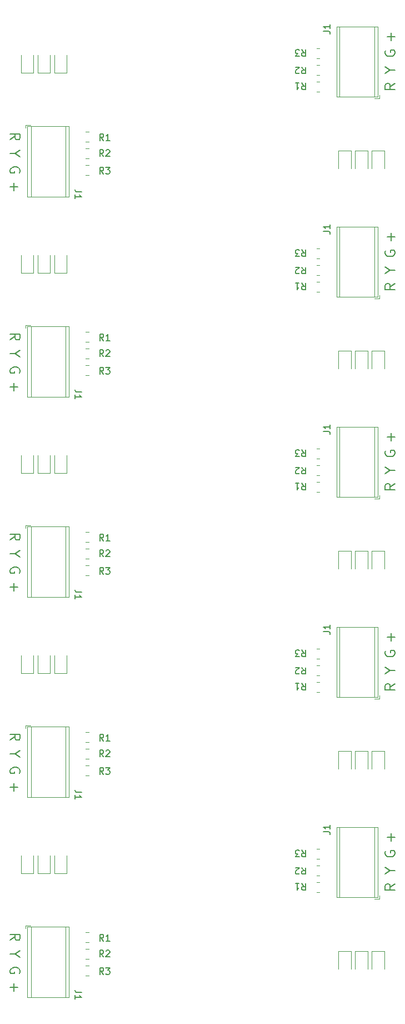
<source format=gto>
G04 #@! TF.GenerationSoftware,KiCad,Pcbnew,6.0.2+dfsg-1*
G04 #@! TF.CreationDate,2024-06-30T21:45:31-06:00*
G04 #@! TF.ProjectId,ckt-signal-array,636b742d-7369-4676-9e61-6c2d61727261,rev?*
G04 #@! TF.SameCoordinates,Original*
G04 #@! TF.FileFunction,Legend,Top*
G04 #@! TF.FilePolarity,Positive*
%FSLAX46Y46*%
G04 Gerber Fmt 4.6, Leading zero omitted, Abs format (unit mm)*
G04 Created by KiCad (PCBNEW 6.0.2+dfsg-1) date 2024-06-30 21:45:31*
%MOMM*%
%LPD*%
G01*
G04 APERTURE LIST*
%ADD10C,0.150000*%
%ADD11C,0.120000*%
G04 APERTURE END LIST*
D10*
X177247357Y-30740571D02*
X177247357Y-29579428D01*
X177827928Y-30160000D02*
X176666785Y-30160000D01*
X119752642Y-52439428D02*
X119752642Y-53600571D01*
X119172071Y-53020000D02*
X120333214Y-53020000D01*
X177247357Y-61220571D02*
X177247357Y-60059428D01*
X177827928Y-60640000D02*
X176666785Y-60640000D01*
X177247357Y-91700571D02*
X177247357Y-90539428D01*
X177827928Y-91120000D02*
X176666785Y-91120000D01*
X119752642Y-82919428D02*
X119752642Y-84080571D01*
X119172071Y-83500000D02*
X120333214Y-83500000D01*
X119752642Y-113399428D02*
X119752642Y-114560571D01*
X119172071Y-113980000D02*
X120333214Y-113980000D01*
X177247357Y-122180571D02*
X177247357Y-121019428D01*
X177827928Y-121600000D02*
X176666785Y-121600000D01*
X119752642Y-143879428D02*
X119752642Y-145040571D01*
X119172071Y-144460000D02*
X120333214Y-144460000D01*
X177247357Y-152660571D02*
X177247357Y-151499428D01*
X177827928Y-152080000D02*
X176666785Y-152080000D01*
X119752642Y-174359428D02*
X119752642Y-175520571D01*
X119172071Y-174940000D02*
X120333214Y-174940000D01*
X177827928Y-128748285D02*
X177102214Y-129256285D01*
X177827928Y-129619142D02*
X176303928Y-129619142D01*
X176303928Y-129038571D01*
X176376500Y-128893428D01*
X176449071Y-128820857D01*
X176594214Y-128748285D01*
X176811928Y-128748285D01*
X176957071Y-128820857D01*
X177029642Y-128893428D01*
X177102214Y-129038571D01*
X177102214Y-129619142D01*
X177827928Y-159228285D02*
X177102214Y-159736285D01*
X177827928Y-160099142D02*
X176303928Y-160099142D01*
X176303928Y-159518571D01*
X176376500Y-159373428D01*
X176449071Y-159300857D01*
X176594214Y-159228285D01*
X176811928Y-159228285D01*
X176957071Y-159300857D01*
X177029642Y-159373428D01*
X177102214Y-159518571D01*
X177102214Y-160099142D01*
X119172071Y-167791714D02*
X119897785Y-167283714D01*
X119172071Y-166920857D02*
X120696071Y-166920857D01*
X120696071Y-167501428D01*
X120623500Y-167646571D01*
X120550928Y-167719142D01*
X120405785Y-167791714D01*
X120188071Y-167791714D01*
X120042928Y-167719142D01*
X119970357Y-167646571D01*
X119897785Y-167501428D01*
X119897785Y-166920857D01*
X177827928Y-37308285D02*
X177102214Y-37816285D01*
X177827928Y-38179142D02*
X176303928Y-38179142D01*
X176303928Y-37598571D01*
X176376500Y-37453428D01*
X176449071Y-37380857D01*
X176594214Y-37308285D01*
X176811928Y-37308285D01*
X176957071Y-37380857D01*
X177029642Y-37453428D01*
X177102214Y-37598571D01*
X177102214Y-38179142D01*
X119172071Y-45871714D02*
X119897785Y-45363714D01*
X119172071Y-45000857D02*
X120696071Y-45000857D01*
X120696071Y-45581428D01*
X120623500Y-45726571D01*
X120550928Y-45799142D01*
X120405785Y-45871714D01*
X120188071Y-45871714D01*
X120042928Y-45799142D01*
X119970357Y-45726571D01*
X119897785Y-45581428D01*
X119897785Y-45000857D01*
X119172071Y-76351714D02*
X119897785Y-75843714D01*
X119172071Y-75480857D02*
X120696071Y-75480857D01*
X120696071Y-76061428D01*
X120623500Y-76206571D01*
X120550928Y-76279142D01*
X120405785Y-76351714D01*
X120188071Y-76351714D01*
X120042928Y-76279142D01*
X119970357Y-76206571D01*
X119897785Y-76061428D01*
X119897785Y-75480857D01*
X177827928Y-67788285D02*
X177102214Y-68296285D01*
X177827928Y-68659142D02*
X176303928Y-68659142D01*
X176303928Y-68078571D01*
X176376500Y-67933428D01*
X176449071Y-67860857D01*
X176594214Y-67788285D01*
X176811928Y-67788285D01*
X176957071Y-67860857D01*
X177029642Y-67933428D01*
X177102214Y-68078571D01*
X177102214Y-68659142D01*
X119172071Y-106831714D02*
X119897785Y-106323714D01*
X119172071Y-105960857D02*
X120696071Y-105960857D01*
X120696071Y-106541428D01*
X120623500Y-106686571D01*
X120550928Y-106759142D01*
X120405785Y-106831714D01*
X120188071Y-106831714D01*
X120042928Y-106759142D01*
X119970357Y-106686571D01*
X119897785Y-106541428D01*
X119897785Y-105960857D01*
X177827928Y-98268285D02*
X177102214Y-98776285D01*
X177827928Y-99139142D02*
X176303928Y-99139142D01*
X176303928Y-98558571D01*
X176376500Y-98413428D01*
X176449071Y-98340857D01*
X176594214Y-98268285D01*
X176811928Y-98268285D01*
X176957071Y-98340857D01*
X177029642Y-98413428D01*
X177102214Y-98558571D01*
X177102214Y-99139142D01*
X119172071Y-137311714D02*
X119897785Y-136803714D01*
X119172071Y-136440857D02*
X120696071Y-136440857D01*
X120696071Y-137021428D01*
X120623500Y-137166571D01*
X120550928Y-137239142D01*
X120405785Y-137311714D01*
X120188071Y-137311714D01*
X120042928Y-137239142D01*
X119970357Y-137166571D01*
X119897785Y-137021428D01*
X119897785Y-136440857D01*
X176376500Y-32300857D02*
X176303928Y-32446000D01*
X176303928Y-32663714D01*
X176376500Y-32881428D01*
X176521642Y-33026571D01*
X176666785Y-33099142D01*
X176957071Y-33171714D01*
X177174785Y-33171714D01*
X177465071Y-33099142D01*
X177610214Y-33026571D01*
X177755357Y-32881428D01*
X177827928Y-32663714D01*
X177827928Y-32518571D01*
X177755357Y-32300857D01*
X177682785Y-32228285D01*
X177174785Y-32228285D01*
X177174785Y-32518571D01*
X120623500Y-50879142D02*
X120696071Y-50734000D01*
X120696071Y-50516285D01*
X120623500Y-50298571D01*
X120478357Y-50153428D01*
X120333214Y-50080857D01*
X120042928Y-50008285D01*
X119825214Y-50008285D01*
X119534928Y-50080857D01*
X119389785Y-50153428D01*
X119244642Y-50298571D01*
X119172071Y-50516285D01*
X119172071Y-50661428D01*
X119244642Y-50879142D01*
X119317214Y-50951714D01*
X119825214Y-50951714D01*
X119825214Y-50661428D01*
X176376500Y-62780857D02*
X176303928Y-62926000D01*
X176303928Y-63143714D01*
X176376500Y-63361428D01*
X176521642Y-63506571D01*
X176666785Y-63579142D01*
X176957071Y-63651714D01*
X177174785Y-63651714D01*
X177465071Y-63579142D01*
X177610214Y-63506571D01*
X177755357Y-63361428D01*
X177827928Y-63143714D01*
X177827928Y-62998571D01*
X177755357Y-62780857D01*
X177682785Y-62708285D01*
X177174785Y-62708285D01*
X177174785Y-62998571D01*
X120623500Y-81359142D02*
X120696071Y-81214000D01*
X120696071Y-80996285D01*
X120623500Y-80778571D01*
X120478357Y-80633428D01*
X120333214Y-80560857D01*
X120042928Y-80488285D01*
X119825214Y-80488285D01*
X119534928Y-80560857D01*
X119389785Y-80633428D01*
X119244642Y-80778571D01*
X119172071Y-80996285D01*
X119172071Y-81141428D01*
X119244642Y-81359142D01*
X119317214Y-81431714D01*
X119825214Y-81431714D01*
X119825214Y-81141428D01*
X176376500Y-93260857D02*
X176303928Y-93406000D01*
X176303928Y-93623714D01*
X176376500Y-93841428D01*
X176521642Y-93986571D01*
X176666785Y-94059142D01*
X176957071Y-94131714D01*
X177174785Y-94131714D01*
X177465071Y-94059142D01*
X177610214Y-93986571D01*
X177755357Y-93841428D01*
X177827928Y-93623714D01*
X177827928Y-93478571D01*
X177755357Y-93260857D01*
X177682785Y-93188285D01*
X177174785Y-93188285D01*
X177174785Y-93478571D01*
X120623500Y-111839142D02*
X120696071Y-111694000D01*
X120696071Y-111476285D01*
X120623500Y-111258571D01*
X120478357Y-111113428D01*
X120333214Y-111040857D01*
X120042928Y-110968285D01*
X119825214Y-110968285D01*
X119534928Y-111040857D01*
X119389785Y-111113428D01*
X119244642Y-111258571D01*
X119172071Y-111476285D01*
X119172071Y-111621428D01*
X119244642Y-111839142D01*
X119317214Y-111911714D01*
X119825214Y-111911714D01*
X119825214Y-111621428D01*
X176376500Y-123740857D02*
X176303928Y-123886000D01*
X176303928Y-124103714D01*
X176376500Y-124321428D01*
X176521642Y-124466571D01*
X176666785Y-124539142D01*
X176957071Y-124611714D01*
X177174785Y-124611714D01*
X177465071Y-124539142D01*
X177610214Y-124466571D01*
X177755357Y-124321428D01*
X177827928Y-124103714D01*
X177827928Y-123958571D01*
X177755357Y-123740857D01*
X177682785Y-123668285D01*
X177174785Y-123668285D01*
X177174785Y-123958571D01*
X176376500Y-154220857D02*
X176303928Y-154366000D01*
X176303928Y-154583714D01*
X176376500Y-154801428D01*
X176521642Y-154946571D01*
X176666785Y-155019142D01*
X176957071Y-155091714D01*
X177174785Y-155091714D01*
X177465071Y-155019142D01*
X177610214Y-154946571D01*
X177755357Y-154801428D01*
X177827928Y-154583714D01*
X177827928Y-154438571D01*
X177755357Y-154220857D01*
X177682785Y-154148285D01*
X177174785Y-154148285D01*
X177174785Y-154438571D01*
X120623500Y-142319142D02*
X120696071Y-142174000D01*
X120696071Y-141956285D01*
X120623500Y-141738571D01*
X120478357Y-141593428D01*
X120333214Y-141520857D01*
X120042928Y-141448285D01*
X119825214Y-141448285D01*
X119534928Y-141520857D01*
X119389785Y-141593428D01*
X119244642Y-141738571D01*
X119172071Y-141956285D01*
X119172071Y-142101428D01*
X119244642Y-142319142D01*
X119317214Y-142391714D01*
X119825214Y-142391714D01*
X119825214Y-142101428D01*
X120623500Y-172799142D02*
X120696071Y-172654000D01*
X120696071Y-172436285D01*
X120623500Y-172218571D01*
X120478357Y-172073428D01*
X120333214Y-172000857D01*
X120042928Y-171928285D01*
X119825214Y-171928285D01*
X119534928Y-172000857D01*
X119389785Y-172073428D01*
X119244642Y-172218571D01*
X119172071Y-172436285D01*
X119172071Y-172581428D01*
X119244642Y-172799142D01*
X119317214Y-172871714D01*
X119825214Y-172871714D01*
X119825214Y-172581428D01*
X177102214Y-35240000D02*
X177827928Y-35240000D01*
X176303928Y-35748000D02*
X177102214Y-35240000D01*
X176303928Y-34732000D01*
X119897785Y-47940000D02*
X119172071Y-47940000D01*
X120696071Y-47432000D02*
X119897785Y-47940000D01*
X120696071Y-48448000D01*
X177102214Y-65720000D02*
X177827928Y-65720000D01*
X176303928Y-66228000D02*
X177102214Y-65720000D01*
X176303928Y-65212000D01*
X119897785Y-78420000D02*
X119172071Y-78420000D01*
X120696071Y-77912000D02*
X119897785Y-78420000D01*
X120696071Y-78928000D01*
X177102214Y-96200000D02*
X177827928Y-96200000D01*
X176303928Y-96708000D02*
X177102214Y-96200000D01*
X176303928Y-95692000D01*
X119897785Y-108900000D02*
X119172071Y-108900000D01*
X120696071Y-108392000D02*
X119897785Y-108900000D01*
X120696071Y-109408000D01*
X177102214Y-126680000D02*
X177827928Y-126680000D01*
X176303928Y-127188000D02*
X177102214Y-126680000D01*
X176303928Y-126172000D01*
X177102214Y-157160000D02*
X177827928Y-157160000D01*
X176303928Y-157668000D02*
X177102214Y-157160000D01*
X176303928Y-156652000D01*
X119897785Y-139380000D02*
X119172071Y-139380000D01*
X120696071Y-138872000D02*
X119897785Y-139380000D01*
X120696071Y-139888000D01*
X119897785Y-169860000D02*
X119172071Y-169860000D01*
X120696071Y-169352000D02*
X119897785Y-169860000D01*
X120696071Y-170368000D01*
X133410833Y-167899380D02*
X133077500Y-167423190D01*
X132839404Y-167899380D02*
X132839404Y-166899380D01*
X133220357Y-166899380D01*
X133315595Y-166947000D01*
X133363214Y-166994619D01*
X133410833Y-167089857D01*
X133410833Y-167232714D01*
X133363214Y-167327952D01*
X133315595Y-167375571D01*
X133220357Y-167423190D01*
X132839404Y-167423190D01*
X134363214Y-167899380D02*
X133791785Y-167899380D01*
X134077500Y-167899380D02*
X134077500Y-166899380D01*
X133982261Y-167042238D01*
X133887023Y-167137476D01*
X133791785Y-167185095D01*
X166938880Y-59830333D02*
X167653166Y-59830333D01*
X167796023Y-59877952D01*
X167891261Y-59973190D01*
X167938880Y-60116047D01*
X167938880Y-60211285D01*
X167938880Y-58830333D02*
X167938880Y-59401761D01*
X167938880Y-59116047D02*
X166938880Y-59116047D01*
X167081738Y-59211285D01*
X167176976Y-59306523D01*
X167224595Y-59401761D01*
X163589166Y-93080619D02*
X163922500Y-93556809D01*
X164160595Y-93080619D02*
X164160595Y-94080619D01*
X163779642Y-94080619D01*
X163684404Y-94033000D01*
X163636785Y-93985380D01*
X163589166Y-93890142D01*
X163589166Y-93747285D01*
X163636785Y-93652047D01*
X163684404Y-93604428D01*
X163779642Y-93556809D01*
X164160595Y-93556809D01*
X163255833Y-94080619D02*
X162636785Y-94080619D01*
X162970119Y-93699666D01*
X162827261Y-93699666D01*
X162732023Y-93652047D01*
X162684404Y-93604428D01*
X162636785Y-93509190D01*
X162636785Y-93271095D01*
X162684404Y-93175857D01*
X162732023Y-93128238D01*
X162827261Y-93080619D01*
X163112976Y-93080619D01*
X163208214Y-93128238D01*
X163255833Y-93175857D01*
X163589166Y-98160619D02*
X163922500Y-98636809D01*
X164160595Y-98160619D02*
X164160595Y-99160619D01*
X163779642Y-99160619D01*
X163684404Y-99113000D01*
X163636785Y-99065380D01*
X163589166Y-98970142D01*
X163589166Y-98827285D01*
X163636785Y-98732047D01*
X163684404Y-98684428D01*
X163779642Y-98636809D01*
X164160595Y-98636809D01*
X162636785Y-98160619D02*
X163208214Y-98160619D01*
X162922500Y-98160619D02*
X162922500Y-99160619D01*
X163017738Y-99017761D01*
X163112976Y-98922523D01*
X163208214Y-98874904D01*
X133410833Y-51059380D02*
X133077500Y-50583190D01*
X132839404Y-51059380D02*
X132839404Y-50059380D01*
X133220357Y-50059380D01*
X133315595Y-50107000D01*
X133363214Y-50154619D01*
X133410833Y-50249857D01*
X133410833Y-50392714D01*
X133363214Y-50487952D01*
X133315595Y-50535571D01*
X133220357Y-50583190D01*
X132839404Y-50583190D01*
X133744166Y-50059380D02*
X134363214Y-50059380D01*
X134029880Y-50440333D01*
X134172738Y-50440333D01*
X134267976Y-50487952D01*
X134315595Y-50535571D01*
X134363214Y-50630809D01*
X134363214Y-50868904D01*
X134315595Y-50964142D01*
X134267976Y-51011761D01*
X134172738Y-51059380D01*
X133887023Y-51059380D01*
X133791785Y-51011761D01*
X133744166Y-50964142D01*
X163589166Y-154040619D02*
X163922500Y-154516809D01*
X164160595Y-154040619D02*
X164160595Y-155040619D01*
X163779642Y-155040619D01*
X163684404Y-154993000D01*
X163636785Y-154945380D01*
X163589166Y-154850142D01*
X163589166Y-154707285D01*
X163636785Y-154612047D01*
X163684404Y-154564428D01*
X163779642Y-154516809D01*
X164160595Y-154516809D01*
X163255833Y-155040619D02*
X162636785Y-155040619D01*
X162970119Y-154659666D01*
X162827261Y-154659666D01*
X162732023Y-154612047D01*
X162684404Y-154564428D01*
X162636785Y-154469190D01*
X162636785Y-154231095D01*
X162684404Y-154135857D01*
X162732023Y-154088238D01*
X162827261Y-154040619D01*
X163112976Y-154040619D01*
X163208214Y-154088238D01*
X163255833Y-154135857D01*
X163589166Y-95747619D02*
X163922500Y-96223809D01*
X164160595Y-95747619D02*
X164160595Y-96747619D01*
X163779642Y-96747619D01*
X163684404Y-96700000D01*
X163636785Y-96652380D01*
X163589166Y-96557142D01*
X163589166Y-96414285D01*
X163636785Y-96319047D01*
X163684404Y-96271428D01*
X163779642Y-96223809D01*
X164160595Y-96223809D01*
X163208214Y-96652380D02*
X163160595Y-96700000D01*
X163065357Y-96747619D01*
X162827261Y-96747619D01*
X162732023Y-96700000D01*
X162684404Y-96652380D01*
X162636785Y-96557142D01*
X162636785Y-96461904D01*
X162684404Y-96319047D01*
X163255833Y-95747619D01*
X162636785Y-95747619D01*
X133410833Y-109352380D02*
X133077500Y-108876190D01*
X132839404Y-109352380D02*
X132839404Y-108352380D01*
X133220357Y-108352380D01*
X133315595Y-108400000D01*
X133363214Y-108447619D01*
X133410833Y-108542857D01*
X133410833Y-108685714D01*
X133363214Y-108780952D01*
X133315595Y-108828571D01*
X133220357Y-108876190D01*
X132839404Y-108876190D01*
X133791785Y-108447619D02*
X133839404Y-108400000D01*
X133934642Y-108352380D01*
X134172738Y-108352380D01*
X134267976Y-108400000D01*
X134315595Y-108447619D01*
X134363214Y-108542857D01*
X134363214Y-108638095D01*
X134315595Y-108780952D01*
X133744166Y-109352380D01*
X134363214Y-109352380D01*
X133410833Y-137419380D02*
X133077500Y-136943190D01*
X132839404Y-137419380D02*
X132839404Y-136419380D01*
X133220357Y-136419380D01*
X133315595Y-136467000D01*
X133363214Y-136514619D01*
X133410833Y-136609857D01*
X133410833Y-136752714D01*
X133363214Y-136847952D01*
X133315595Y-136895571D01*
X133220357Y-136943190D01*
X132839404Y-136943190D01*
X134363214Y-137419380D02*
X133791785Y-137419380D01*
X134077500Y-137419380D02*
X134077500Y-136419380D01*
X133982261Y-136562238D01*
X133887023Y-136657476D01*
X133791785Y-136705095D01*
X133410833Y-45979380D02*
X133077500Y-45503190D01*
X132839404Y-45979380D02*
X132839404Y-44979380D01*
X133220357Y-44979380D01*
X133315595Y-45027000D01*
X133363214Y-45074619D01*
X133410833Y-45169857D01*
X133410833Y-45312714D01*
X133363214Y-45407952D01*
X133315595Y-45455571D01*
X133220357Y-45503190D01*
X132839404Y-45503190D01*
X134363214Y-45979380D02*
X133791785Y-45979380D01*
X134077500Y-45979380D02*
X134077500Y-44979380D01*
X133982261Y-45122238D01*
X133887023Y-45217476D01*
X133791785Y-45265095D01*
X166938880Y-151270333D02*
X167653166Y-151270333D01*
X167796023Y-151317952D01*
X167891261Y-151413190D01*
X167938880Y-151556047D01*
X167938880Y-151651285D01*
X167938880Y-150270333D02*
X167938880Y-150841761D01*
X167938880Y-150556047D02*
X166938880Y-150556047D01*
X167081738Y-150651285D01*
X167176976Y-150746523D01*
X167224595Y-150841761D01*
X133410833Y-170312380D02*
X133077500Y-169836190D01*
X132839404Y-170312380D02*
X132839404Y-169312380D01*
X133220357Y-169312380D01*
X133315595Y-169360000D01*
X133363214Y-169407619D01*
X133410833Y-169502857D01*
X133410833Y-169645714D01*
X133363214Y-169740952D01*
X133315595Y-169788571D01*
X133220357Y-169836190D01*
X132839404Y-169836190D01*
X133791785Y-169407619D02*
X133839404Y-169360000D01*
X133934642Y-169312380D01*
X134172738Y-169312380D01*
X134267976Y-169360000D01*
X134315595Y-169407619D01*
X134363214Y-169502857D01*
X134363214Y-169598095D01*
X134315595Y-169740952D01*
X133744166Y-170312380D01*
X134363214Y-170312380D01*
X163589166Y-65267619D02*
X163922500Y-65743809D01*
X164160595Y-65267619D02*
X164160595Y-66267619D01*
X163779642Y-66267619D01*
X163684404Y-66220000D01*
X163636785Y-66172380D01*
X163589166Y-66077142D01*
X163589166Y-65934285D01*
X163636785Y-65839047D01*
X163684404Y-65791428D01*
X163779642Y-65743809D01*
X164160595Y-65743809D01*
X163208214Y-66172380D02*
X163160595Y-66220000D01*
X163065357Y-66267619D01*
X162827261Y-66267619D01*
X162732023Y-66220000D01*
X162684404Y-66172380D01*
X162636785Y-66077142D01*
X162636785Y-65981904D01*
X162684404Y-65839047D01*
X163255833Y-65267619D01*
X162636785Y-65267619D01*
X133410833Y-81539380D02*
X133077500Y-81063190D01*
X132839404Y-81539380D02*
X132839404Y-80539380D01*
X133220357Y-80539380D01*
X133315595Y-80587000D01*
X133363214Y-80634619D01*
X133410833Y-80729857D01*
X133410833Y-80872714D01*
X133363214Y-80967952D01*
X133315595Y-81015571D01*
X133220357Y-81063190D01*
X132839404Y-81063190D01*
X133744166Y-80539380D02*
X134363214Y-80539380D01*
X134029880Y-80920333D01*
X134172738Y-80920333D01*
X134267976Y-80967952D01*
X134315595Y-81015571D01*
X134363214Y-81110809D01*
X134363214Y-81348904D01*
X134315595Y-81444142D01*
X134267976Y-81491761D01*
X134172738Y-81539380D01*
X133887023Y-81539380D01*
X133791785Y-81491761D01*
X133744166Y-81444142D01*
X133410833Y-78872380D02*
X133077500Y-78396190D01*
X132839404Y-78872380D02*
X132839404Y-77872380D01*
X133220357Y-77872380D01*
X133315595Y-77920000D01*
X133363214Y-77967619D01*
X133410833Y-78062857D01*
X133410833Y-78205714D01*
X133363214Y-78300952D01*
X133315595Y-78348571D01*
X133220357Y-78396190D01*
X132839404Y-78396190D01*
X133791785Y-77967619D02*
X133839404Y-77920000D01*
X133934642Y-77872380D01*
X134172738Y-77872380D01*
X134267976Y-77920000D01*
X134315595Y-77967619D01*
X134363214Y-78062857D01*
X134363214Y-78158095D01*
X134315595Y-78300952D01*
X133744166Y-78872380D01*
X134363214Y-78872380D01*
X133410833Y-48392380D02*
X133077500Y-47916190D01*
X132839404Y-48392380D02*
X132839404Y-47392380D01*
X133220357Y-47392380D01*
X133315595Y-47440000D01*
X133363214Y-47487619D01*
X133410833Y-47582857D01*
X133410833Y-47725714D01*
X133363214Y-47820952D01*
X133315595Y-47868571D01*
X133220357Y-47916190D01*
X132839404Y-47916190D01*
X133791785Y-47487619D02*
X133839404Y-47440000D01*
X133934642Y-47392380D01*
X134172738Y-47392380D01*
X134267976Y-47440000D01*
X134315595Y-47487619D01*
X134363214Y-47582857D01*
X134363214Y-47678095D01*
X134315595Y-47820952D01*
X133744166Y-48392380D01*
X134363214Y-48392380D01*
X163589166Y-67680619D02*
X163922500Y-68156809D01*
X164160595Y-67680619D02*
X164160595Y-68680619D01*
X163779642Y-68680619D01*
X163684404Y-68633000D01*
X163636785Y-68585380D01*
X163589166Y-68490142D01*
X163589166Y-68347285D01*
X163636785Y-68252047D01*
X163684404Y-68204428D01*
X163779642Y-68156809D01*
X164160595Y-68156809D01*
X162636785Y-67680619D02*
X163208214Y-67680619D01*
X162922500Y-67680619D02*
X162922500Y-68680619D01*
X163017738Y-68537761D01*
X163112976Y-68442523D01*
X163208214Y-68394904D01*
X163589166Y-159120619D02*
X163922500Y-159596809D01*
X164160595Y-159120619D02*
X164160595Y-160120619D01*
X163779642Y-160120619D01*
X163684404Y-160073000D01*
X163636785Y-160025380D01*
X163589166Y-159930142D01*
X163589166Y-159787285D01*
X163636785Y-159692047D01*
X163684404Y-159644428D01*
X163779642Y-159596809D01*
X164160595Y-159596809D01*
X162636785Y-159120619D02*
X163208214Y-159120619D01*
X162922500Y-159120619D02*
X162922500Y-160120619D01*
X163017738Y-159977761D01*
X163112976Y-159882523D01*
X163208214Y-159834904D01*
X130061119Y-175749666D02*
X129346833Y-175749666D01*
X129203976Y-175702047D01*
X129108738Y-175606809D01*
X129061119Y-175463952D01*
X129061119Y-175368714D01*
X129061119Y-176749666D02*
X129061119Y-176178238D01*
X129061119Y-176463952D02*
X130061119Y-176463952D01*
X129918261Y-176368714D01*
X129823023Y-176273476D01*
X129775404Y-176178238D01*
X163589166Y-62600619D02*
X163922500Y-63076809D01*
X164160595Y-62600619D02*
X164160595Y-63600619D01*
X163779642Y-63600619D01*
X163684404Y-63553000D01*
X163636785Y-63505380D01*
X163589166Y-63410142D01*
X163589166Y-63267285D01*
X163636785Y-63172047D01*
X163684404Y-63124428D01*
X163779642Y-63076809D01*
X164160595Y-63076809D01*
X163255833Y-63600619D02*
X162636785Y-63600619D01*
X162970119Y-63219666D01*
X162827261Y-63219666D01*
X162732023Y-63172047D01*
X162684404Y-63124428D01*
X162636785Y-63029190D01*
X162636785Y-62791095D01*
X162684404Y-62695857D01*
X162732023Y-62648238D01*
X162827261Y-62600619D01*
X163112976Y-62600619D01*
X163208214Y-62648238D01*
X163255833Y-62695857D01*
X166938880Y-90310333D02*
X167653166Y-90310333D01*
X167796023Y-90357952D01*
X167891261Y-90453190D01*
X167938880Y-90596047D01*
X167938880Y-90691285D01*
X167938880Y-89310333D02*
X167938880Y-89881761D01*
X167938880Y-89596047D02*
X166938880Y-89596047D01*
X167081738Y-89691285D01*
X167176976Y-89786523D01*
X167224595Y-89881761D01*
X163589166Y-34787619D02*
X163922500Y-35263809D01*
X164160595Y-34787619D02*
X164160595Y-35787619D01*
X163779642Y-35787619D01*
X163684404Y-35740000D01*
X163636785Y-35692380D01*
X163589166Y-35597142D01*
X163589166Y-35454285D01*
X163636785Y-35359047D01*
X163684404Y-35311428D01*
X163779642Y-35263809D01*
X164160595Y-35263809D01*
X163208214Y-35692380D02*
X163160595Y-35740000D01*
X163065357Y-35787619D01*
X162827261Y-35787619D01*
X162732023Y-35740000D01*
X162684404Y-35692380D01*
X162636785Y-35597142D01*
X162636785Y-35501904D01*
X162684404Y-35359047D01*
X163255833Y-34787619D01*
X162636785Y-34787619D01*
X163589166Y-128640619D02*
X163922500Y-129116809D01*
X164160595Y-128640619D02*
X164160595Y-129640619D01*
X163779642Y-129640619D01*
X163684404Y-129593000D01*
X163636785Y-129545380D01*
X163589166Y-129450142D01*
X163589166Y-129307285D01*
X163636785Y-129212047D01*
X163684404Y-129164428D01*
X163779642Y-129116809D01*
X164160595Y-129116809D01*
X162636785Y-128640619D02*
X163208214Y-128640619D01*
X162922500Y-128640619D02*
X162922500Y-129640619D01*
X163017738Y-129497761D01*
X163112976Y-129402523D01*
X163208214Y-129354904D01*
X133410833Y-139832380D02*
X133077500Y-139356190D01*
X132839404Y-139832380D02*
X132839404Y-138832380D01*
X133220357Y-138832380D01*
X133315595Y-138880000D01*
X133363214Y-138927619D01*
X133410833Y-139022857D01*
X133410833Y-139165714D01*
X133363214Y-139260952D01*
X133315595Y-139308571D01*
X133220357Y-139356190D01*
X132839404Y-139356190D01*
X133791785Y-138927619D02*
X133839404Y-138880000D01*
X133934642Y-138832380D01*
X134172738Y-138832380D01*
X134267976Y-138880000D01*
X134315595Y-138927619D01*
X134363214Y-139022857D01*
X134363214Y-139118095D01*
X134315595Y-139260952D01*
X133744166Y-139832380D01*
X134363214Y-139832380D01*
X163589166Y-37200619D02*
X163922500Y-37676809D01*
X164160595Y-37200619D02*
X164160595Y-38200619D01*
X163779642Y-38200619D01*
X163684404Y-38153000D01*
X163636785Y-38105380D01*
X163589166Y-38010142D01*
X163589166Y-37867285D01*
X163636785Y-37772047D01*
X163684404Y-37724428D01*
X163779642Y-37676809D01*
X164160595Y-37676809D01*
X162636785Y-37200619D02*
X163208214Y-37200619D01*
X162922500Y-37200619D02*
X162922500Y-38200619D01*
X163017738Y-38057761D01*
X163112976Y-37962523D01*
X163208214Y-37914904D01*
X133410833Y-142499380D02*
X133077500Y-142023190D01*
X132839404Y-142499380D02*
X132839404Y-141499380D01*
X133220357Y-141499380D01*
X133315595Y-141547000D01*
X133363214Y-141594619D01*
X133410833Y-141689857D01*
X133410833Y-141832714D01*
X133363214Y-141927952D01*
X133315595Y-141975571D01*
X133220357Y-142023190D01*
X132839404Y-142023190D01*
X133744166Y-141499380D02*
X134363214Y-141499380D01*
X134029880Y-141880333D01*
X134172738Y-141880333D01*
X134267976Y-141927952D01*
X134315595Y-141975571D01*
X134363214Y-142070809D01*
X134363214Y-142308904D01*
X134315595Y-142404142D01*
X134267976Y-142451761D01*
X134172738Y-142499380D01*
X133887023Y-142499380D01*
X133791785Y-142451761D01*
X133744166Y-142404142D01*
X130061119Y-53829666D02*
X129346833Y-53829666D01*
X129203976Y-53782047D01*
X129108738Y-53686809D01*
X129061119Y-53543952D01*
X129061119Y-53448714D01*
X129061119Y-54829666D02*
X129061119Y-54258238D01*
X129061119Y-54543952D02*
X130061119Y-54543952D01*
X129918261Y-54448714D01*
X129823023Y-54353476D01*
X129775404Y-54258238D01*
X166938880Y-29350333D02*
X167653166Y-29350333D01*
X167796023Y-29397952D01*
X167891261Y-29493190D01*
X167938880Y-29636047D01*
X167938880Y-29731285D01*
X167938880Y-28350333D02*
X167938880Y-28921761D01*
X167938880Y-28636047D02*
X166938880Y-28636047D01*
X167081738Y-28731285D01*
X167176976Y-28826523D01*
X167224595Y-28921761D01*
X130061119Y-145269666D02*
X129346833Y-145269666D01*
X129203976Y-145222047D01*
X129108738Y-145126809D01*
X129061119Y-144983952D01*
X129061119Y-144888714D01*
X129061119Y-146269666D02*
X129061119Y-145698238D01*
X129061119Y-145983952D02*
X130061119Y-145983952D01*
X129918261Y-145888714D01*
X129823023Y-145793476D01*
X129775404Y-145698238D01*
X130061119Y-114789666D02*
X129346833Y-114789666D01*
X129203976Y-114742047D01*
X129108738Y-114646809D01*
X129061119Y-114503952D01*
X129061119Y-114408714D01*
X129061119Y-115789666D02*
X129061119Y-115218238D01*
X129061119Y-115503952D02*
X130061119Y-115503952D01*
X129918261Y-115408714D01*
X129823023Y-115313476D01*
X129775404Y-115218238D01*
X130061119Y-84309666D02*
X129346833Y-84309666D01*
X129203976Y-84262047D01*
X129108738Y-84166809D01*
X129061119Y-84023952D01*
X129061119Y-83928714D01*
X129061119Y-85309666D02*
X129061119Y-84738238D01*
X129061119Y-85023952D02*
X130061119Y-85023952D01*
X129918261Y-84928714D01*
X129823023Y-84833476D01*
X129775404Y-84738238D01*
X166938880Y-120790333D02*
X167653166Y-120790333D01*
X167796023Y-120837952D01*
X167891261Y-120933190D01*
X167938880Y-121076047D01*
X167938880Y-121171285D01*
X167938880Y-119790333D02*
X167938880Y-120361761D01*
X167938880Y-120076047D02*
X166938880Y-120076047D01*
X167081738Y-120171285D01*
X167176976Y-120266523D01*
X167224595Y-120361761D01*
X163589166Y-32120619D02*
X163922500Y-32596809D01*
X164160595Y-32120619D02*
X164160595Y-33120619D01*
X163779642Y-33120619D01*
X163684404Y-33073000D01*
X163636785Y-33025380D01*
X163589166Y-32930142D01*
X163589166Y-32787285D01*
X163636785Y-32692047D01*
X163684404Y-32644428D01*
X163779642Y-32596809D01*
X164160595Y-32596809D01*
X163255833Y-33120619D02*
X162636785Y-33120619D01*
X162970119Y-32739666D01*
X162827261Y-32739666D01*
X162732023Y-32692047D01*
X162684404Y-32644428D01*
X162636785Y-32549190D01*
X162636785Y-32311095D01*
X162684404Y-32215857D01*
X162732023Y-32168238D01*
X162827261Y-32120619D01*
X163112976Y-32120619D01*
X163208214Y-32168238D01*
X163255833Y-32215857D01*
X163589166Y-126227619D02*
X163922500Y-126703809D01*
X164160595Y-126227619D02*
X164160595Y-127227619D01*
X163779642Y-127227619D01*
X163684404Y-127180000D01*
X163636785Y-127132380D01*
X163589166Y-127037142D01*
X163589166Y-126894285D01*
X163636785Y-126799047D01*
X163684404Y-126751428D01*
X163779642Y-126703809D01*
X164160595Y-126703809D01*
X163208214Y-127132380D02*
X163160595Y-127180000D01*
X163065357Y-127227619D01*
X162827261Y-127227619D01*
X162732023Y-127180000D01*
X162684404Y-127132380D01*
X162636785Y-127037142D01*
X162636785Y-126941904D01*
X162684404Y-126799047D01*
X163255833Y-126227619D01*
X162636785Y-126227619D01*
X133410833Y-106939380D02*
X133077500Y-106463190D01*
X132839404Y-106939380D02*
X132839404Y-105939380D01*
X133220357Y-105939380D01*
X133315595Y-105987000D01*
X133363214Y-106034619D01*
X133410833Y-106129857D01*
X133410833Y-106272714D01*
X133363214Y-106367952D01*
X133315595Y-106415571D01*
X133220357Y-106463190D01*
X132839404Y-106463190D01*
X134363214Y-106939380D02*
X133791785Y-106939380D01*
X134077500Y-106939380D02*
X134077500Y-105939380D01*
X133982261Y-106082238D01*
X133887023Y-106177476D01*
X133791785Y-106225095D01*
X163589166Y-156707619D02*
X163922500Y-157183809D01*
X164160595Y-156707619D02*
X164160595Y-157707619D01*
X163779642Y-157707619D01*
X163684404Y-157660000D01*
X163636785Y-157612380D01*
X163589166Y-157517142D01*
X163589166Y-157374285D01*
X163636785Y-157279047D01*
X163684404Y-157231428D01*
X163779642Y-157183809D01*
X164160595Y-157183809D01*
X163208214Y-157612380D02*
X163160595Y-157660000D01*
X163065357Y-157707619D01*
X162827261Y-157707619D01*
X162732023Y-157660000D01*
X162684404Y-157612380D01*
X162636785Y-157517142D01*
X162636785Y-157421904D01*
X162684404Y-157279047D01*
X163255833Y-156707619D01*
X162636785Y-156707619D01*
X133410833Y-76459380D02*
X133077500Y-75983190D01*
X132839404Y-76459380D02*
X132839404Y-75459380D01*
X133220357Y-75459380D01*
X133315595Y-75507000D01*
X133363214Y-75554619D01*
X133410833Y-75649857D01*
X133410833Y-75792714D01*
X133363214Y-75887952D01*
X133315595Y-75935571D01*
X133220357Y-75983190D01*
X132839404Y-75983190D01*
X134363214Y-76459380D02*
X133791785Y-76459380D01*
X134077500Y-76459380D02*
X134077500Y-75459380D01*
X133982261Y-75602238D01*
X133887023Y-75697476D01*
X133791785Y-75745095D01*
X133410833Y-172979380D02*
X133077500Y-172503190D01*
X132839404Y-172979380D02*
X132839404Y-171979380D01*
X133220357Y-171979380D01*
X133315595Y-172027000D01*
X133363214Y-172074619D01*
X133410833Y-172169857D01*
X133410833Y-172312714D01*
X133363214Y-172407952D01*
X133315595Y-172455571D01*
X133220357Y-172503190D01*
X132839404Y-172503190D01*
X133744166Y-171979380D02*
X134363214Y-171979380D01*
X134029880Y-172360333D01*
X134172738Y-172360333D01*
X134267976Y-172407952D01*
X134315595Y-172455571D01*
X134363214Y-172550809D01*
X134363214Y-172788904D01*
X134315595Y-172884142D01*
X134267976Y-172931761D01*
X134172738Y-172979380D01*
X133887023Y-172979380D01*
X133791785Y-172931761D01*
X133744166Y-172884142D01*
X133410833Y-112019380D02*
X133077500Y-111543190D01*
X132839404Y-112019380D02*
X132839404Y-111019380D01*
X133220357Y-111019380D01*
X133315595Y-111067000D01*
X133363214Y-111114619D01*
X133410833Y-111209857D01*
X133410833Y-111352714D01*
X133363214Y-111447952D01*
X133315595Y-111495571D01*
X133220357Y-111543190D01*
X132839404Y-111543190D01*
X133744166Y-111019380D02*
X134363214Y-111019380D01*
X134029880Y-111400333D01*
X134172738Y-111400333D01*
X134267976Y-111447952D01*
X134315595Y-111495571D01*
X134363214Y-111590809D01*
X134363214Y-111828904D01*
X134315595Y-111924142D01*
X134267976Y-111971761D01*
X134172738Y-112019380D01*
X133887023Y-112019380D01*
X133791785Y-111971761D01*
X133744166Y-111924142D01*
X163589166Y-123560619D02*
X163922500Y-124036809D01*
X164160595Y-123560619D02*
X164160595Y-124560619D01*
X163779642Y-124560619D01*
X163684404Y-124513000D01*
X163636785Y-124465380D01*
X163589166Y-124370142D01*
X163589166Y-124227285D01*
X163636785Y-124132047D01*
X163684404Y-124084428D01*
X163779642Y-124036809D01*
X164160595Y-124036809D01*
X163255833Y-124560619D02*
X162636785Y-124560619D01*
X162970119Y-124179666D01*
X162827261Y-124179666D01*
X162732023Y-124132047D01*
X162684404Y-124084428D01*
X162636785Y-123989190D01*
X162636785Y-123751095D01*
X162684404Y-123655857D01*
X162732023Y-123608238D01*
X162827261Y-123560619D01*
X163112976Y-123560619D01*
X163208214Y-123608238D01*
X163255833Y-123655857D01*
D11*
X131137564Y-168055000D02*
X130683436Y-168055000D01*
X131137564Y-166585000D02*
X130683436Y-166585000D01*
X120806500Y-63450000D02*
X120806500Y-66135000D01*
X120806500Y-66135000D02*
X122726500Y-66135000D01*
X122726500Y-66135000D02*
X122726500Y-63450000D01*
X125886500Y-63450000D02*
X125886500Y-66135000D01*
X127806500Y-66135000D02*
X127806500Y-63450000D01*
X125886500Y-66135000D02*
X127806500Y-66135000D01*
X176193500Y-80690000D02*
X176193500Y-78005000D01*
X174273500Y-78005000D02*
X174273500Y-80690000D01*
X176193500Y-78005000D02*
X174273500Y-78005000D01*
X168898500Y-69825000D02*
X175218500Y-69825000D01*
X175218500Y-69825000D02*
X175218500Y-59085000D01*
X174718500Y-70065000D02*
X175458500Y-70065000D01*
X175458500Y-70065000D02*
X175458500Y-69565000D01*
X174658500Y-69825000D02*
X174658500Y-59085000D01*
X168898500Y-59085000D02*
X175218500Y-59085000D01*
X169358500Y-69825000D02*
X169358500Y-59085000D01*
X168898500Y-69825000D02*
X168898500Y-59085000D01*
X165862436Y-94395000D02*
X166316564Y-94395000D01*
X165862436Y-92925000D02*
X166316564Y-92925000D01*
X165862436Y-98005000D02*
X166316564Y-98005000D01*
X165862436Y-99475000D02*
X166316564Y-99475000D01*
X131137564Y-49745000D02*
X130683436Y-49745000D01*
X131137564Y-51215000D02*
X130683436Y-51215000D01*
X127806500Y-35655000D02*
X127806500Y-32970000D01*
X125886500Y-35655000D02*
X127806500Y-35655000D01*
X125886500Y-32970000D02*
X125886500Y-35655000D01*
X165862436Y-153885000D02*
X166316564Y-153885000D01*
X165862436Y-155355000D02*
X166316564Y-155355000D01*
X165862436Y-96935000D02*
X166316564Y-96935000D01*
X165862436Y-95465000D02*
X166316564Y-95465000D01*
X120806500Y-124410000D02*
X120806500Y-127095000D01*
X122726500Y-127095000D02*
X122726500Y-124410000D01*
X120806500Y-127095000D02*
X122726500Y-127095000D01*
X173653500Y-169445000D02*
X171733500Y-169445000D01*
X173653500Y-172130000D02*
X173653500Y-169445000D01*
X171733500Y-169445000D02*
X171733500Y-172130000D01*
X131137564Y-108165000D02*
X130683436Y-108165000D01*
X131137564Y-109635000D02*
X130683436Y-109635000D01*
X125266500Y-35655000D02*
X125266500Y-32970000D01*
X123346500Y-32970000D02*
X123346500Y-35655000D01*
X123346500Y-35655000D02*
X125266500Y-35655000D01*
X131137564Y-137575000D02*
X130683436Y-137575000D01*
X131137564Y-136105000D02*
X130683436Y-136105000D01*
X131137564Y-44665000D02*
X130683436Y-44665000D01*
X131137564Y-46135000D02*
X130683436Y-46135000D01*
X168898500Y-150525000D02*
X175218500Y-150525000D01*
X169358500Y-161265000D02*
X169358500Y-150525000D01*
X168898500Y-161265000D02*
X168898500Y-150525000D01*
X168898500Y-161265000D02*
X175218500Y-161265000D01*
X175458500Y-161505000D02*
X175458500Y-161005000D01*
X174718500Y-161505000D02*
X175458500Y-161505000D01*
X175218500Y-161265000D02*
X175218500Y-150525000D01*
X174658500Y-161265000D02*
X174658500Y-150525000D01*
X173653500Y-50210000D02*
X173653500Y-47525000D01*
X171733500Y-47525000D02*
X171733500Y-50210000D01*
X173653500Y-47525000D02*
X171733500Y-47525000D01*
X122726500Y-157575000D02*
X122726500Y-154890000D01*
X120806500Y-154890000D02*
X120806500Y-157575000D01*
X120806500Y-157575000D02*
X122726500Y-157575000D01*
X131137564Y-170595000D02*
X130683436Y-170595000D01*
X131137564Y-169125000D02*
X130683436Y-169125000D01*
X171113500Y-138965000D02*
X169193500Y-138965000D01*
X171113500Y-141650000D02*
X171113500Y-138965000D01*
X169193500Y-138965000D02*
X169193500Y-141650000D01*
X165862436Y-66455000D02*
X166316564Y-66455000D01*
X165862436Y-64985000D02*
X166316564Y-64985000D01*
X173653500Y-138965000D02*
X171733500Y-138965000D01*
X171733500Y-138965000D02*
X171733500Y-141650000D01*
X173653500Y-141650000D02*
X173653500Y-138965000D01*
X174273500Y-108485000D02*
X174273500Y-111170000D01*
X176193500Y-111170000D02*
X176193500Y-108485000D01*
X176193500Y-108485000D02*
X174273500Y-108485000D01*
X131137564Y-80225000D02*
X130683436Y-80225000D01*
X131137564Y-81695000D02*
X130683436Y-81695000D01*
X131137564Y-79155000D02*
X130683436Y-79155000D01*
X131137564Y-77685000D02*
X130683436Y-77685000D01*
X131137564Y-47205000D02*
X130683436Y-47205000D01*
X131137564Y-48675000D02*
X130683436Y-48675000D01*
X165862436Y-67525000D02*
X166316564Y-67525000D01*
X165862436Y-68995000D02*
X166316564Y-68995000D01*
X165862436Y-158965000D02*
X166316564Y-158965000D01*
X165862436Y-160435000D02*
X166316564Y-160435000D01*
X122341500Y-165755000D02*
X122341500Y-176495000D01*
X128101500Y-176495000D02*
X121781500Y-176495000D01*
X121541500Y-165515000D02*
X121541500Y-166015000D01*
X128101500Y-165755000D02*
X128101500Y-176495000D01*
X121781500Y-165755000D02*
X121781500Y-176495000D01*
X122281500Y-165515000D02*
X121541500Y-165515000D01*
X128101500Y-165755000D02*
X121781500Y-165755000D01*
X127641500Y-165755000D02*
X127641500Y-176495000D01*
X165862436Y-62445000D02*
X166316564Y-62445000D01*
X165862436Y-63915000D02*
X166316564Y-63915000D01*
X168898500Y-89565000D02*
X175218500Y-89565000D01*
X174718500Y-100545000D02*
X175458500Y-100545000D01*
X168898500Y-100305000D02*
X168898500Y-89565000D01*
X169358500Y-100305000D02*
X169358500Y-89565000D01*
X175458500Y-100545000D02*
X175458500Y-100045000D01*
X174658500Y-100305000D02*
X174658500Y-89565000D01*
X175218500Y-100305000D02*
X175218500Y-89565000D01*
X168898500Y-100305000D02*
X175218500Y-100305000D01*
X165862436Y-35975000D02*
X166316564Y-35975000D01*
X165862436Y-34505000D02*
X166316564Y-34505000D01*
X123346500Y-63450000D02*
X123346500Y-66135000D01*
X123346500Y-66135000D02*
X125266500Y-66135000D01*
X125266500Y-66135000D02*
X125266500Y-63450000D01*
X120806500Y-32970000D02*
X120806500Y-35655000D01*
X122726500Y-35655000D02*
X122726500Y-32970000D01*
X120806500Y-35655000D02*
X122726500Y-35655000D01*
X165862436Y-128485000D02*
X166316564Y-128485000D01*
X165862436Y-129955000D02*
X166316564Y-129955000D01*
X171113500Y-47525000D02*
X169193500Y-47525000D01*
X169193500Y-47525000D02*
X169193500Y-50210000D01*
X171113500Y-50210000D02*
X171113500Y-47525000D01*
X131137564Y-140115000D02*
X130683436Y-140115000D01*
X131137564Y-138645000D02*
X130683436Y-138645000D01*
X165862436Y-38515000D02*
X166316564Y-38515000D01*
X165862436Y-37045000D02*
X166316564Y-37045000D01*
X131137564Y-142655000D02*
X130683436Y-142655000D01*
X131137564Y-141185000D02*
X130683436Y-141185000D01*
X127641500Y-43835000D02*
X127641500Y-54575000D01*
X121541500Y-43595000D02*
X121541500Y-44095000D01*
X128101500Y-43835000D02*
X128101500Y-54575000D01*
X121781500Y-43835000D02*
X121781500Y-54575000D01*
X122341500Y-43835000D02*
X122341500Y-54575000D01*
X128101500Y-43835000D02*
X121781500Y-43835000D01*
X128101500Y-54575000D02*
X121781500Y-54575000D01*
X122281500Y-43595000D02*
X121541500Y-43595000D01*
X168898500Y-39345000D02*
X168898500Y-28605000D01*
X168898500Y-39345000D02*
X175218500Y-39345000D01*
X169358500Y-39345000D02*
X169358500Y-28605000D01*
X175458500Y-39585000D02*
X175458500Y-39085000D01*
X174658500Y-39345000D02*
X174658500Y-28605000D01*
X174718500Y-39585000D02*
X175458500Y-39585000D01*
X168898500Y-28605000D02*
X175218500Y-28605000D01*
X175218500Y-39345000D02*
X175218500Y-28605000D01*
X122281500Y-135035000D02*
X121541500Y-135035000D01*
X128101500Y-146015000D02*
X121781500Y-146015000D01*
X121781500Y-135275000D02*
X121781500Y-146015000D01*
X128101500Y-135275000D02*
X121781500Y-135275000D01*
X122341500Y-135275000D02*
X122341500Y-146015000D01*
X128101500Y-135275000D02*
X128101500Y-146015000D01*
X127641500Y-135275000D02*
X127641500Y-146015000D01*
X121541500Y-135035000D02*
X121541500Y-135535000D01*
X171113500Y-111170000D02*
X171113500Y-108485000D01*
X171113500Y-108485000D02*
X169193500Y-108485000D01*
X169193500Y-108485000D02*
X169193500Y-111170000D01*
X125886500Y-154890000D02*
X125886500Y-157575000D01*
X127806500Y-157575000D02*
X127806500Y-154890000D01*
X125886500Y-157575000D02*
X127806500Y-157575000D01*
X127641500Y-104795000D02*
X127641500Y-115535000D01*
X122341500Y-104795000D02*
X122341500Y-115535000D01*
X122281500Y-104555000D02*
X121541500Y-104555000D01*
X121781500Y-104795000D02*
X121781500Y-115535000D01*
X128101500Y-104795000D02*
X128101500Y-115535000D01*
X128101500Y-115535000D02*
X121781500Y-115535000D01*
X128101500Y-104795000D02*
X121781500Y-104795000D01*
X121541500Y-104555000D02*
X121541500Y-105055000D01*
X123346500Y-157575000D02*
X125266500Y-157575000D01*
X123346500Y-154890000D02*
X123346500Y-157575000D01*
X125266500Y-157575000D02*
X125266500Y-154890000D01*
X171113500Y-80690000D02*
X171113500Y-78005000D01*
X169193500Y-78005000D02*
X169193500Y-80690000D01*
X171113500Y-78005000D02*
X169193500Y-78005000D01*
X173653500Y-78005000D02*
X171733500Y-78005000D01*
X171733500Y-78005000D02*
X171733500Y-80690000D01*
X173653500Y-80690000D02*
X173653500Y-78005000D01*
X174273500Y-169445000D02*
X174273500Y-172130000D01*
X176193500Y-169445000D02*
X174273500Y-169445000D01*
X176193500Y-172130000D02*
X176193500Y-169445000D01*
X121541500Y-74075000D02*
X121541500Y-74575000D01*
X128101500Y-85055000D02*
X121781500Y-85055000D01*
X128101500Y-74315000D02*
X121781500Y-74315000D01*
X128101500Y-74315000D02*
X128101500Y-85055000D01*
X122281500Y-74075000D02*
X121541500Y-74075000D01*
X121781500Y-74315000D02*
X121781500Y-85055000D01*
X122341500Y-74315000D02*
X122341500Y-85055000D01*
X127641500Y-74315000D02*
X127641500Y-85055000D01*
X169358500Y-130785000D02*
X169358500Y-120045000D01*
X174658500Y-130785000D02*
X174658500Y-120045000D01*
X168898500Y-130785000D02*
X175218500Y-130785000D01*
X175458500Y-131025000D02*
X175458500Y-130525000D01*
X168898500Y-130785000D02*
X168898500Y-120045000D01*
X175218500Y-130785000D02*
X175218500Y-120045000D01*
X174718500Y-131025000D02*
X175458500Y-131025000D01*
X168898500Y-120045000D02*
X175218500Y-120045000D01*
X174273500Y-47525000D02*
X174273500Y-50210000D01*
X176193500Y-47525000D02*
X174273500Y-47525000D01*
X176193500Y-50210000D02*
X176193500Y-47525000D01*
X123346500Y-93930000D02*
X123346500Y-96615000D01*
X125266500Y-96615000D02*
X125266500Y-93930000D01*
X123346500Y-96615000D02*
X125266500Y-96615000D01*
X171113500Y-172130000D02*
X171113500Y-169445000D01*
X169193500Y-169445000D02*
X169193500Y-172130000D01*
X171113500Y-169445000D02*
X169193500Y-169445000D01*
X165862436Y-33435000D02*
X166316564Y-33435000D01*
X165862436Y-31965000D02*
X166316564Y-31965000D01*
X165862436Y-125945000D02*
X166316564Y-125945000D01*
X165862436Y-127415000D02*
X166316564Y-127415000D01*
X125886500Y-96615000D02*
X127806500Y-96615000D01*
X125886500Y-93930000D02*
X125886500Y-96615000D01*
X127806500Y-96615000D02*
X127806500Y-93930000D01*
X120806500Y-96615000D02*
X122726500Y-96615000D01*
X122726500Y-96615000D02*
X122726500Y-93930000D01*
X120806500Y-93930000D02*
X120806500Y-96615000D01*
X131137564Y-107095000D02*
X130683436Y-107095000D01*
X131137564Y-105625000D02*
X130683436Y-105625000D01*
X165862436Y-156425000D02*
X166316564Y-156425000D01*
X165862436Y-157895000D02*
X166316564Y-157895000D01*
X173653500Y-111170000D02*
X173653500Y-108485000D01*
X171733500Y-108485000D02*
X171733500Y-111170000D01*
X173653500Y-108485000D02*
X171733500Y-108485000D01*
X131137564Y-76615000D02*
X130683436Y-76615000D01*
X131137564Y-75145000D02*
X130683436Y-75145000D01*
X131137564Y-171665000D02*
X130683436Y-171665000D01*
X131137564Y-173135000D02*
X130683436Y-173135000D01*
X176193500Y-141650000D02*
X176193500Y-138965000D01*
X176193500Y-138965000D02*
X174273500Y-138965000D01*
X174273500Y-138965000D02*
X174273500Y-141650000D01*
X131137564Y-110705000D02*
X130683436Y-110705000D01*
X131137564Y-112175000D02*
X130683436Y-112175000D01*
X165862436Y-124875000D02*
X166316564Y-124875000D01*
X165862436Y-123405000D02*
X166316564Y-123405000D01*
X125266500Y-127095000D02*
X125266500Y-124410000D01*
X123346500Y-124410000D02*
X123346500Y-127095000D01*
X123346500Y-127095000D02*
X125266500Y-127095000D01*
X125886500Y-124410000D02*
X125886500Y-127095000D01*
X127806500Y-127095000D02*
X127806500Y-124410000D01*
X125886500Y-127095000D02*
X127806500Y-127095000D01*
M02*

</source>
